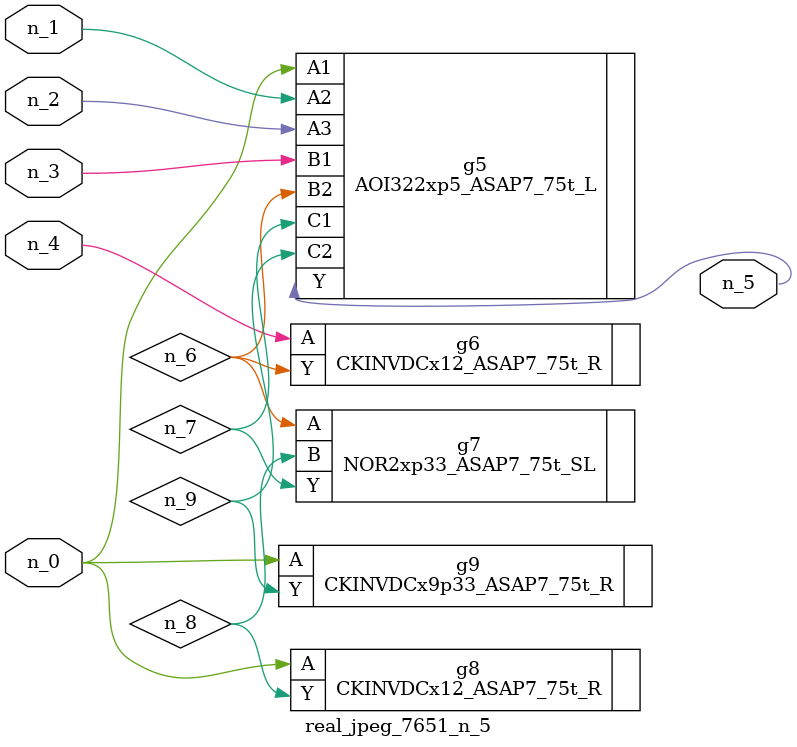
<source format=v>
module real_jpeg_7651_n_5 (n_4, n_0, n_1, n_2, n_3, n_5);

input n_4;
input n_0;
input n_1;
input n_2;
input n_3;

output n_5;

wire n_8;
wire n_6;
wire n_7;
wire n_9;

AOI322xp5_ASAP7_75t_L g5 ( 
.A1(n_0),
.A2(n_1),
.A3(n_2),
.B1(n_3),
.B2(n_6),
.C1(n_7),
.C2(n_9),
.Y(n_5)
);

CKINVDCx12_ASAP7_75t_R g8 ( 
.A(n_0),
.Y(n_8)
);

CKINVDCx9p33_ASAP7_75t_R g9 ( 
.A(n_0),
.Y(n_9)
);

CKINVDCx12_ASAP7_75t_R g6 ( 
.A(n_4),
.Y(n_6)
);

NOR2xp33_ASAP7_75t_SL g7 ( 
.A(n_6),
.B(n_8),
.Y(n_7)
);


endmodule
</source>
